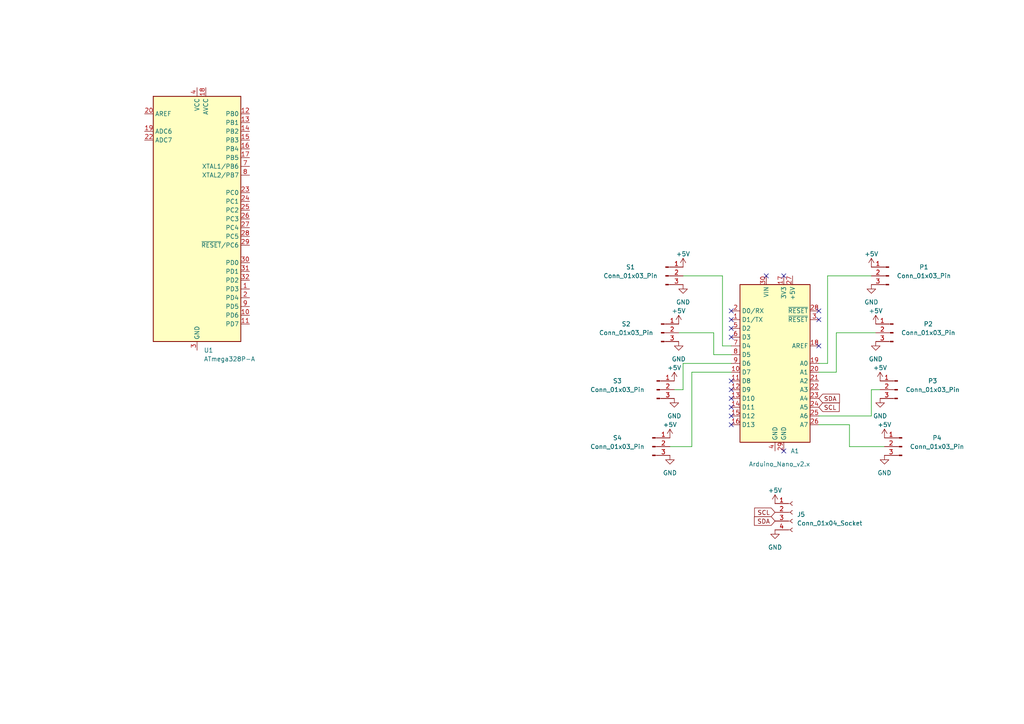
<source format=kicad_sch>
(kicad_sch (version 20230121) (generator eeschema)

  (uuid e7781990-9217-47e0-bccf-d5b77eec6675)

  (paper "A4")

  (lib_symbols
    (symbol "Connector:Conn_01x03_Pin" (pin_names (offset 1.016) hide) (in_bom yes) (on_board yes)
      (property "Reference" "J" (at 0 5.08 0)
        (effects (font (size 1.27 1.27)))
      )
      (property "Value" "Conn_01x03_Pin" (at 0 -5.08 0)
        (effects (font (size 1.27 1.27)))
      )
      (property "Footprint" "" (at 0 0 0)
        (effects (font (size 1.27 1.27)) hide)
      )
      (property "Datasheet" "~" (at 0 0 0)
        (effects (font (size 1.27 1.27)) hide)
      )
      (property "ki_locked" "" (at 0 0 0)
        (effects (font (size 1.27 1.27)))
      )
      (property "ki_keywords" "connector" (at 0 0 0)
        (effects (font (size 1.27 1.27)) hide)
      )
      (property "ki_description" "Generic connector, single row, 01x03, script generated" (at 0 0 0)
        (effects (font (size 1.27 1.27)) hide)
      )
      (property "ki_fp_filters" "Connector*:*_1x??_*" (at 0 0 0)
        (effects (font (size 1.27 1.27)) hide)
      )
      (symbol "Conn_01x03_Pin_1_1"
        (polyline
          (pts
            (xy 1.27 -2.54)
            (xy 0.8636 -2.54)
          )
          (stroke (width 0.1524) (type default))
          (fill (type none))
        )
        (polyline
          (pts
            (xy 1.27 0)
            (xy 0.8636 0)
          )
          (stroke (width 0.1524) (type default))
          (fill (type none))
        )
        (polyline
          (pts
            (xy 1.27 2.54)
            (xy 0.8636 2.54)
          )
          (stroke (width 0.1524) (type default))
          (fill (type none))
        )
        (rectangle (start 0.8636 -2.413) (end 0 -2.667)
          (stroke (width 0.1524) (type default))
          (fill (type outline))
        )
        (rectangle (start 0.8636 0.127) (end 0 -0.127)
          (stroke (width 0.1524) (type default))
          (fill (type outline))
        )
        (rectangle (start 0.8636 2.667) (end 0 2.413)
          (stroke (width 0.1524) (type default))
          (fill (type outline))
        )
        (pin passive line (at 5.08 2.54 180) (length 3.81)
          (name "Pin_1" (effects (font (size 1.27 1.27))))
          (number "1" (effects (font (size 1.27 1.27))))
        )
        (pin passive line (at 5.08 0 180) (length 3.81)
          (name "Pin_2" (effects (font (size 1.27 1.27))))
          (number "2" (effects (font (size 1.27 1.27))))
        )
        (pin passive line (at 5.08 -2.54 180) (length 3.81)
          (name "Pin_3" (effects (font (size 1.27 1.27))))
          (number "3" (effects (font (size 1.27 1.27))))
        )
      )
    )
    (symbol "Connector:Conn_01x04_Socket" (pin_names (offset 1.016) hide) (in_bom yes) (on_board yes)
      (property "Reference" "J" (at 0 5.08 0)
        (effects (font (size 1.27 1.27)))
      )
      (property "Value" "Conn_01x04_Socket" (at 0 -7.62 0)
        (effects (font (size 1.27 1.27)))
      )
      (property "Footprint" "" (at 0 0 0)
        (effects (font (size 1.27 1.27)) hide)
      )
      (property "Datasheet" "~" (at 0 0 0)
        (effects (font (size 1.27 1.27)) hide)
      )
      (property "ki_locked" "" (at 0 0 0)
        (effects (font (size 1.27 1.27)))
      )
      (property "ki_keywords" "connector" (at 0 0 0)
        (effects (font (size 1.27 1.27)) hide)
      )
      (property "ki_description" "Generic connector, single row, 01x04, script generated" (at 0 0 0)
        (effects (font (size 1.27 1.27)) hide)
      )
      (property "ki_fp_filters" "Connector*:*_1x??_*" (at 0 0 0)
        (effects (font (size 1.27 1.27)) hide)
      )
      (symbol "Conn_01x04_Socket_1_1"
        (arc (start 0 -4.572) (mid -0.5058 -5.08) (end 0 -5.588)
          (stroke (width 0.1524) (type default))
          (fill (type none))
        )
        (arc (start 0 -2.032) (mid -0.5058 -2.54) (end 0 -3.048)
          (stroke (width 0.1524) (type default))
          (fill (type none))
        )
        (polyline
          (pts
            (xy -1.27 -5.08)
            (xy -0.508 -5.08)
          )
          (stroke (width 0.1524) (type default))
          (fill (type none))
        )
        (polyline
          (pts
            (xy -1.27 -2.54)
            (xy -0.508 -2.54)
          )
          (stroke (width 0.1524) (type default))
          (fill (type none))
        )
        (polyline
          (pts
            (xy -1.27 0)
            (xy -0.508 0)
          )
          (stroke (width 0.1524) (type default))
          (fill (type none))
        )
        (polyline
          (pts
            (xy -1.27 2.54)
            (xy -0.508 2.54)
          )
          (stroke (width 0.1524) (type default))
          (fill (type none))
        )
        (arc (start 0 0.508) (mid -0.5058 0) (end 0 -0.508)
          (stroke (width 0.1524) (type default))
          (fill (type none))
        )
        (arc (start 0 3.048) (mid -0.5058 2.54) (end 0 2.032)
          (stroke (width 0.1524) (type default))
          (fill (type none))
        )
        (pin passive line (at -5.08 2.54 0) (length 3.81)
          (name "Pin_1" (effects (font (size 1.27 1.27))))
          (number "1" (effects (font (size 1.27 1.27))))
        )
        (pin passive line (at -5.08 0 0) (length 3.81)
          (name "Pin_2" (effects (font (size 1.27 1.27))))
          (number "2" (effects (font (size 1.27 1.27))))
        )
        (pin passive line (at -5.08 -2.54 0) (length 3.81)
          (name "Pin_3" (effects (font (size 1.27 1.27))))
          (number "3" (effects (font (size 1.27 1.27))))
        )
        (pin passive line (at -5.08 -5.08 0) (length 3.81)
          (name "Pin_4" (effects (font (size 1.27 1.27))))
          (number "4" (effects (font (size 1.27 1.27))))
        )
      )
    )
    (symbol "MCU_Microchip_ATmega:ATmega328P-A" (in_bom yes) (on_board yes)
      (property "Reference" "U" (at -12.7 36.83 0)
        (effects (font (size 1.27 1.27)) (justify left bottom))
      )
      (property "Value" "ATmega328P-A" (at 2.54 -36.83 0)
        (effects (font (size 1.27 1.27)) (justify left top))
      )
      (property "Footprint" "Package_QFP:TQFP-32_7x7mm_P0.8mm" (at 0 0 0)
        (effects (font (size 1.27 1.27) italic) hide)
      )
      (property "Datasheet" "http://ww1.microchip.com/downloads/en/DeviceDoc/ATmega328_P%20AVR%20MCU%20with%20picoPower%20Technology%20Data%20Sheet%2040001984A.pdf" (at 0 0 0)
        (effects (font (size 1.27 1.27)) hide)
      )
      (property "ki_keywords" "AVR 8bit Microcontroller MegaAVR PicoPower" (at 0 0 0)
        (effects (font (size 1.27 1.27)) hide)
      )
      (property "ki_description" "20MHz, 32kB Flash, 2kB SRAM, 1kB EEPROM, TQFP-32" (at 0 0 0)
        (effects (font (size 1.27 1.27)) hide)
      )
      (property "ki_fp_filters" "TQFP*7x7mm*P0.8mm*" (at 0 0 0)
        (effects (font (size 1.27 1.27)) hide)
      )
      (symbol "ATmega328P-A_0_1"
        (rectangle (start -12.7 -35.56) (end 12.7 35.56)
          (stroke (width 0.254) (type default))
          (fill (type background))
        )
      )
      (symbol "ATmega328P-A_1_1"
        (pin bidirectional line (at 15.24 -20.32 180) (length 2.54)
          (name "PD3" (effects (font (size 1.27 1.27))))
          (number "1" (effects (font (size 1.27 1.27))))
        )
        (pin bidirectional line (at 15.24 -27.94 180) (length 2.54)
          (name "PD6" (effects (font (size 1.27 1.27))))
          (number "10" (effects (font (size 1.27 1.27))))
        )
        (pin bidirectional line (at 15.24 -30.48 180) (length 2.54)
          (name "PD7" (effects (font (size 1.27 1.27))))
          (number "11" (effects (font (size 1.27 1.27))))
        )
        (pin bidirectional line (at 15.24 30.48 180) (length 2.54)
          (name "PB0" (effects (font (size 1.27 1.27))))
          (number "12" (effects (font (size 1.27 1.27))))
        )
        (pin bidirectional line (at 15.24 27.94 180) (length 2.54)
          (name "PB1" (effects (font (size 1.27 1.27))))
          (number "13" (effects (font (size 1.27 1.27))))
        )
        (pin bidirectional line (at 15.24 25.4 180) (length 2.54)
          (name "PB2" (effects (font (size 1.27 1.27))))
          (number "14" (effects (font (size 1.27 1.27))))
        )
        (pin bidirectional line (at 15.24 22.86 180) (length 2.54)
          (name "PB3" (effects (font (size 1.27 1.27))))
          (number "15" (effects (font (size 1.27 1.27))))
        )
        (pin bidirectional line (at 15.24 20.32 180) (length 2.54)
          (name "PB4" (effects (font (size 1.27 1.27))))
          (number "16" (effects (font (size 1.27 1.27))))
        )
        (pin bidirectional line (at 15.24 17.78 180) (length 2.54)
          (name "PB5" (effects (font (size 1.27 1.27))))
          (number "17" (effects (font (size 1.27 1.27))))
        )
        (pin power_in line (at 2.54 38.1 270) (length 2.54)
          (name "AVCC" (effects (font (size 1.27 1.27))))
          (number "18" (effects (font (size 1.27 1.27))))
        )
        (pin input line (at -15.24 25.4 0) (length 2.54)
          (name "ADC6" (effects (font (size 1.27 1.27))))
          (number "19" (effects (font (size 1.27 1.27))))
        )
        (pin bidirectional line (at 15.24 -22.86 180) (length 2.54)
          (name "PD4" (effects (font (size 1.27 1.27))))
          (number "2" (effects (font (size 1.27 1.27))))
        )
        (pin passive line (at -15.24 30.48 0) (length 2.54)
          (name "AREF" (effects (font (size 1.27 1.27))))
          (number "20" (effects (font (size 1.27 1.27))))
        )
        (pin passive line (at 0 -38.1 90) (length 2.54) hide
          (name "GND" (effects (font (size 1.27 1.27))))
          (number "21" (effects (font (size 1.27 1.27))))
        )
        (pin input line (at -15.24 22.86 0) (length 2.54)
          (name "ADC7" (effects (font (size 1.27 1.27))))
          (number "22" (effects (font (size 1.27 1.27))))
        )
        (pin bidirectional line (at 15.24 7.62 180) (length 2.54)
          (name "PC0" (effects (font (size 1.27 1.27))))
          (number "23" (effects (font (size 1.27 1.27))))
        )
        (pin bidirectional line (at 15.24 5.08 180) (length 2.54)
          (name "PC1" (effects (font (size 1.27 1.27))))
          (number "24" (effects (font (size 1.27 1.27))))
        )
        (pin bidirectional line (at 15.24 2.54 180) (length 2.54)
          (name "PC2" (effects (font (size 1.27 1.27))))
          (number "25" (effects (font (size 1.27 1.27))))
        )
        (pin bidirectional line (at 15.24 0 180) (length 2.54)
          (name "PC3" (effects (font (size 1.27 1.27))))
          (number "26" (effects (font (size 1.27 1.27))))
        )
        (pin bidirectional line (at 15.24 -2.54 180) (length 2.54)
          (name "PC4" (effects (font (size 1.27 1.27))))
          (number "27" (effects (font (size 1.27 1.27))))
        )
        (pin bidirectional line (at 15.24 -5.08 180) (length 2.54)
          (name "PC5" (effects (font (size 1.27 1.27))))
          (number "28" (effects (font (size 1.27 1.27))))
        )
        (pin bidirectional line (at 15.24 -7.62 180) (length 2.54)
          (name "~{RESET}/PC6" (effects (font (size 1.27 1.27))))
          (number "29" (effects (font (size 1.27 1.27))))
        )
        (pin power_in line (at 0 -38.1 90) (length 2.54)
          (name "GND" (effects (font (size 1.27 1.27))))
          (number "3" (effects (font (size 1.27 1.27))))
        )
        (pin bidirectional line (at 15.24 -12.7 180) (length 2.54)
          (name "PD0" (effects (font (size 1.27 1.27))))
          (number "30" (effects (font (size 1.27 1.27))))
        )
        (pin bidirectional line (at 15.24 -15.24 180) (length 2.54)
          (name "PD1" (effects (font (size 1.27 1.27))))
          (number "31" (effects (font (size 1.27 1.27))))
        )
        (pin bidirectional line (at 15.24 -17.78 180) (length 2.54)
          (name "PD2" (effects (font (size 1.27 1.27))))
          (number "32" (effects (font (size 1.27 1.27))))
        )
        (pin power_in line (at 0 38.1 270) (length 2.54)
          (name "VCC" (effects (font (size 1.27 1.27))))
          (number "4" (effects (font (size 1.27 1.27))))
        )
        (pin passive line (at 0 -38.1 90) (length 2.54) hide
          (name "GND" (effects (font (size 1.27 1.27))))
          (number "5" (effects (font (size 1.27 1.27))))
        )
        (pin passive line (at 0 38.1 270) (length 2.54) hide
          (name "VCC" (effects (font (size 1.27 1.27))))
          (number "6" (effects (font (size 1.27 1.27))))
        )
        (pin bidirectional line (at 15.24 15.24 180) (length 2.54)
          (name "XTAL1/PB6" (effects (font (size 1.27 1.27))))
          (number "7" (effects (font (size 1.27 1.27))))
        )
        (pin bidirectional line (at 15.24 12.7 180) (length 2.54)
          (name "XTAL2/PB7" (effects (font (size 1.27 1.27))))
          (number "8" (effects (font (size 1.27 1.27))))
        )
        (pin bidirectional line (at 15.24 -25.4 180) (length 2.54)
          (name "PD5" (effects (font (size 1.27 1.27))))
          (number "9" (effects (font (size 1.27 1.27))))
        )
      )
    )
    (symbol "MCU_Module:Arduino_Nano_v2.x" (in_bom yes) (on_board yes)
      (property "Reference" "A" (at -10.16 23.495 0)
        (effects (font (size 1.27 1.27)) (justify left bottom))
      )
      (property "Value" "Arduino_Nano_v2.x" (at 5.08 -24.13 0)
        (effects (font (size 1.27 1.27)) (justify left top))
      )
      (property "Footprint" "Module:Arduino_Nano" (at 0 0 0)
        (effects (font (size 1.27 1.27) italic) hide)
      )
      (property "Datasheet" "https://www.arduino.cc/en/uploads/Main/ArduinoNanoManual23.pdf" (at 0 0 0)
        (effects (font (size 1.27 1.27)) hide)
      )
      (property "ki_keywords" "Arduino nano microcontroller module USB" (at 0 0 0)
        (effects (font (size 1.27 1.27)) hide)
      )
      (property "ki_description" "Arduino Nano v2.x" (at 0 0 0)
        (effects (font (size 1.27 1.27)) hide)
      )
      (property "ki_fp_filters" "Arduino*Nano*" (at 0 0 0)
        (effects (font (size 1.27 1.27)) hide)
      )
      (symbol "Arduino_Nano_v2.x_0_1"
        (rectangle (start -10.16 22.86) (end 10.16 -22.86)
          (stroke (width 0.254) (type default))
          (fill (type background))
        )
      )
      (symbol "Arduino_Nano_v2.x_1_1"
        (pin bidirectional line (at -12.7 12.7 0) (length 2.54)
          (name "D1/TX" (effects (font (size 1.27 1.27))))
          (number "1" (effects (font (size 1.27 1.27))))
        )
        (pin bidirectional line (at -12.7 -2.54 0) (length 2.54)
          (name "D7" (effects (font (size 1.27 1.27))))
          (number "10" (effects (font (size 1.27 1.27))))
        )
        (pin bidirectional line (at -12.7 -5.08 0) (length 2.54)
          (name "D8" (effects (font (size 1.27 1.27))))
          (number "11" (effects (font (size 1.27 1.27))))
        )
        (pin bidirectional line (at -12.7 -7.62 0) (length 2.54)
          (name "D9" (effects (font (size 1.27 1.27))))
          (number "12" (effects (font (size 1.27 1.27))))
        )
        (pin bidirectional line (at -12.7 -10.16 0) (length 2.54)
          (name "D10" (effects (font (size 1.27 1.27))))
          (number "13" (effects (font (size 1.27 1.27))))
        )
        (pin bidirectional line (at -12.7 -12.7 0) (length 2.54)
          (name "D11" (effects (font (size 1.27 1.27))))
          (number "14" (effects (font (size 1.27 1.27))))
        )
        (pin bidirectional line (at -12.7 -15.24 0) (length 2.54)
          (name "D12" (effects (font (size 1.27 1.27))))
          (number "15" (effects (font (size 1.27 1.27))))
        )
        (pin bidirectional line (at -12.7 -17.78 0) (length 2.54)
          (name "D13" (effects (font (size 1.27 1.27))))
          (number "16" (effects (font (size 1.27 1.27))))
        )
        (pin power_out line (at 2.54 25.4 270) (length 2.54)
          (name "3V3" (effects (font (size 1.27 1.27))))
          (number "17" (effects (font (size 1.27 1.27))))
        )
        (pin input line (at 12.7 5.08 180) (length 2.54)
          (name "AREF" (effects (font (size 1.27 1.27))))
          (number "18" (effects (font (size 1.27 1.27))))
        )
        (pin bidirectional line (at 12.7 0 180) (length 2.54)
          (name "A0" (effects (font (size 1.27 1.27))))
          (number "19" (effects (font (size 1.27 1.27))))
        )
        (pin bidirectional line (at -12.7 15.24 0) (length 2.54)
          (name "D0/RX" (effects (font (size 1.27 1.27))))
          (number "2" (effects (font (size 1.27 1.27))))
        )
        (pin bidirectional line (at 12.7 -2.54 180) (length 2.54)
          (name "A1" (effects (font (size 1.27 1.27))))
          (number "20" (effects (font (size 1.27 1.27))))
        )
        (pin bidirectional line (at 12.7 -5.08 180) (length 2.54)
          (name "A2" (effects (font (size 1.27 1.27))))
          (number "21" (effects (font (size 1.27 1.27))))
        )
        (pin bidirectional line (at 12.7 -7.62 180) (length 2.54)
          (name "A3" (effects (font (size 1.27 1.27))))
          (number "22" (effects (font (size 1.27 1.27))))
        )
        (pin bidirectional line (at 12.7 -10.16 180) (length 2.54)
          (name "A4" (effects (font (size 1.27 1.27))))
          (number "23" (effects (font (size 1.27 1.27))))
        )
        (pin bidirectional line (at 12.7 -12.7 180) (length 2.54)
          (name "A5" (effects (font (size 1.27 1.27))))
          (number "24" (effects (font (size 1.27 1.27))))
        )
        (pin bidirectional line (at 12.7 -15.24 180) (length 2.54)
          (name "A6" (effects (font (size 1.27 1.27))))
          (number "25" (effects (font (size 1.27 1.27))))
        )
        (pin bidirectional line (at 12.7 -17.78 180) (length 2.54)
          (name "A7" (effects (font (size 1.27 1.27))))
          (number "26" (effects (font (size 1.27 1.27))))
        )
        (pin power_out line (at 5.08 25.4 270) (length 2.54)
          (name "+5V" (effects (font (size 1.27 1.27))))
          (number "27" (effects (font (size 1.27 1.27))))
        )
        (pin input line (at 12.7 15.24 180) (length 2.54)
          (name "~{RESET}" (effects (font (size 1.27 1.27))))
          (number "28" (effects (font (size 1.27 1.27))))
        )
        (pin power_in line (at 2.54 -25.4 90) (length 2.54)
          (name "GND" (effects (font (size 1.27 1.27))))
          (number "29" (effects (font (size 1.27 1.27))))
        )
        (pin input line (at 12.7 12.7 180) (length 2.54)
          (name "~{RESET}" (effects (font (size 1.27 1.27))))
          (number "3" (effects (font (size 1.27 1.27))))
        )
        (pin power_in line (at -2.54 25.4 270) (length 2.54)
          (name "VIN" (effects (font (size 1.27 1.27))))
          (number "30" (effects (font (size 1.27 1.27))))
        )
        (pin power_in line (at 0 -25.4 90) (length 2.54)
          (name "GND" (effects (font (size 1.27 1.27))))
          (number "4" (effects (font (size 1.27 1.27))))
        )
        (pin bidirectional line (at -12.7 10.16 0) (length 2.54)
          (name "D2" (effects (font (size 1.27 1.27))))
          (number "5" (effects (font (size 1.27 1.27))))
        )
        (pin bidirectional line (at -12.7 7.62 0) (length 2.54)
          (name "D3" (effects (font (size 1.27 1.27))))
          (number "6" (effects (font (size 1.27 1.27))))
        )
        (pin bidirectional line (at -12.7 5.08 0) (length 2.54)
          (name "D4" (effects (font (size 1.27 1.27))))
          (number "7" (effects (font (size 1.27 1.27))))
        )
        (pin bidirectional line (at -12.7 2.54 0) (length 2.54)
          (name "D5" (effects (font (size 1.27 1.27))))
          (number "8" (effects (font (size 1.27 1.27))))
        )
        (pin bidirectional line (at -12.7 0 0) (length 2.54)
          (name "D6" (effects (font (size 1.27 1.27))))
          (number "9" (effects (font (size 1.27 1.27))))
        )
      )
    )
    (symbol "power:+5V" (power) (pin_names (offset 0)) (in_bom yes) (on_board yes)
      (property "Reference" "#PWR" (at 0 -3.81 0)
        (effects (font (size 1.27 1.27)) hide)
      )
      (property "Value" "+5V" (at 0 3.556 0)
        (effects (font (size 1.27 1.27)))
      )
      (property "Footprint" "" (at 0 0 0)
        (effects (font (size 1.27 1.27)) hide)
      )
      (property "Datasheet" "" (at 0 0 0)
        (effects (font (size 1.27 1.27)) hide)
      )
      (property "ki_keywords" "global power" (at 0 0 0)
        (effects (font (size 1.27 1.27)) hide)
      )
      (property "ki_description" "Power symbol creates a global label with name \"+5V\"" (at 0 0 0)
        (effects (font (size 1.27 1.27)) hide)
      )
      (symbol "+5V_0_1"
        (polyline
          (pts
            (xy -0.762 1.27)
            (xy 0 2.54)
          )
          (stroke (width 0) (type default))
          (fill (type none))
        )
        (polyline
          (pts
            (xy 0 0)
            (xy 0 2.54)
          )
          (stroke (width 0) (type default))
          (fill (type none))
        )
        (polyline
          (pts
            (xy 0 2.54)
            (xy 0.762 1.27)
          )
          (stroke (width 0) (type default))
          (fill (type none))
        )
      )
      (symbol "+5V_1_1"
        (pin power_in line (at 0 0 90) (length 0) hide
          (name "+5V" (effects (font (size 1.27 1.27))))
          (number "1" (effects (font (size 1.27 1.27))))
        )
      )
    )
    (symbol "power:GND" (power) (pin_names (offset 0)) (in_bom yes) (on_board yes)
      (property "Reference" "#PWR" (at 0 -6.35 0)
        (effects (font (size 1.27 1.27)) hide)
      )
      (property "Value" "GND" (at 0 -3.81 0)
        (effects (font (size 1.27 1.27)))
      )
      (property "Footprint" "" (at 0 0 0)
        (effects (font (size 1.27 1.27)) hide)
      )
      (property "Datasheet" "" (at 0 0 0)
        (effects (font (size 1.27 1.27)) hide)
      )
      (property "ki_keywords" "global power" (at 0 0 0)
        (effects (font (size 1.27 1.27)) hide)
      )
      (property "ki_description" "Power symbol creates a global label with name \"GND\" , ground" (at 0 0 0)
        (effects (font (size 1.27 1.27)) hide)
      )
      (symbol "GND_0_1"
        (polyline
          (pts
            (xy 0 0)
            (xy 0 -1.27)
            (xy 1.27 -1.27)
            (xy 0 -2.54)
            (xy -1.27 -1.27)
            (xy 0 -1.27)
          )
          (stroke (width 0) (type default))
          (fill (type none))
        )
      )
      (symbol "GND_1_1"
        (pin power_in line (at 0 0 270) (length 0) hide
          (name "GND" (effects (font (size 1.27 1.27))))
          (number "1" (effects (font (size 1.27 1.27))))
        )
      )
    )
  )


  (no_connect (at 237.49 92.71) (uuid 1e728620-9769-48b5-9c80-b8684836b2d6))
  (no_connect (at 212.09 115.57) (uuid 31be5f63-e10c-46be-866c-ce59e547ab86))
  (no_connect (at 237.49 100.33) (uuid 42ce6faf-b90e-4df3-bbae-e533a4579198))
  (no_connect (at 212.09 92.71) (uuid 4c8194fc-8673-4dc8-a1ea-80730290ab0d))
  (no_connect (at 227.33 80.01) (uuid 4d83a38f-193f-491c-ad4a-19399a933e19))
  (no_connect (at 212.09 95.25) (uuid 4fdf6b69-2662-4bda-829a-ed4bfdc9eaec))
  (no_connect (at 227.33 130.81) (uuid 53e110b4-8062-45d1-acaf-0cde63280d72))
  (no_connect (at 212.09 118.11) (uuid 622ae723-eeef-4778-8cb0-09d7df37e725))
  (no_connect (at 222.25 80.01) (uuid 63529304-3145-4e1f-956b-49f6bb85d4ba))
  (no_connect (at 212.09 97.79) (uuid 636f6dcf-2605-4084-993c-4ccb3e975a7c))
  (no_connect (at 212.09 123.19) (uuid 6aa22f8f-7782-45fe-9951-203c31a58f00))
  (no_connect (at 212.09 113.03) (uuid 7c249947-9619-4768-99ef-c6a232f3d41d))
  (no_connect (at 237.49 90.17) (uuid 7edf7f7a-01d0-4f0a-8640-04b83919626f))
  (no_connect (at 212.09 90.17) (uuid c86d4fb2-7fa7-416e-bc7b-378a5ea2ccc8))
  (no_connect (at 212.09 110.49) (uuid d7a78ebf-693f-45c9-b3d9-6c6efc094648))
  (no_connect (at 212.09 120.65) (uuid e9066a35-d319-4f20-8ee9-71e594ae1fc2))

  (wire (pts (xy 212.09 102.87) (xy 207.01 102.87))
    (stroke (width 0) (type default))
    (uuid 0db047e0-f2da-4740-9771-e7604fa849bf)
  )
  (wire (pts (xy 246.38 123.19) (xy 246.38 129.54))
    (stroke (width 0) (type default))
    (uuid 1e217ec8-bd4d-4e9c-a241-808ba93ca7bf)
  )
  (wire (pts (xy 246.38 129.54) (xy 256.54 129.54))
    (stroke (width 0) (type default))
    (uuid 20714a88-c912-4f35-a22d-089efb065116)
  )
  (wire (pts (xy 212.09 105.41) (xy 198.12 105.41))
    (stroke (width 0) (type default))
    (uuid 20c1a055-6397-46a1-8d5b-873f1026fc2f)
  )
  (wire (pts (xy 198.12 113.03) (xy 195.58 113.03))
    (stroke (width 0) (type default))
    (uuid 2cc431c7-fa4b-423d-a672-e8e5f0475a6f)
  )
  (wire (pts (xy 198.12 105.41) (xy 198.12 113.03))
    (stroke (width 0) (type default))
    (uuid 4bfcfd8c-ef37-43d6-aebc-c04107d448c9)
  )
  (wire (pts (xy 207.01 102.87) (xy 207.01 96.52))
    (stroke (width 0) (type default))
    (uuid 4c8898c1-9429-4249-ba2b-257ba3af80d1)
  )
  (wire (pts (xy 237.49 105.41) (xy 240.03 105.41))
    (stroke (width 0) (type default))
    (uuid 64523e93-0a1a-45ea-9957-5bce1e024d63)
  )
  (wire (pts (xy 242.57 107.95) (xy 242.57 96.52))
    (stroke (width 0) (type default))
    (uuid 6bf149ee-0035-48f3-8422-c7d234bef20d)
  )
  (wire (pts (xy 252.73 120.65) (xy 252.73 113.03))
    (stroke (width 0) (type default))
    (uuid 7b27dd76-66fd-4056-a398-f992f1e248fc)
  )
  (wire (pts (xy 252.73 113.03) (xy 255.27 113.03))
    (stroke (width 0) (type default))
    (uuid 97f54337-8366-4819-99a3-3b278835aeb6)
  )
  (wire (pts (xy 242.57 96.52) (xy 254 96.52))
    (stroke (width 0) (type default))
    (uuid 990634ff-8457-4964-9241-fc2726e1ced9)
  )
  (wire (pts (xy 212.09 100.33) (xy 209.55 100.33))
    (stroke (width 0) (type default))
    (uuid 9a91fffc-b434-420e-a31e-a2eb5b30168f)
  )
  (wire (pts (xy 240.03 80.01) (xy 252.73 80.01))
    (stroke (width 0) (type default))
    (uuid 9e0d3e89-1ab8-49d9-a9e2-7f77fbc7b412)
  )
  (wire (pts (xy 237.49 120.65) (xy 252.73 120.65))
    (stroke (width 0) (type default))
    (uuid b59f3bdd-bd5a-4d85-af3c-d91d9e8db2b8)
  )
  (wire (pts (xy 237.49 107.95) (xy 242.57 107.95))
    (stroke (width 0) (type default))
    (uuid b8542641-2828-4b9b-8dd9-5da09a60b021)
  )
  (wire (pts (xy 209.55 80.01) (xy 198.12 80.01))
    (stroke (width 0) (type default))
    (uuid bc83e2b4-bc44-459f-b797-93d410b9b484)
  )
  (wire (pts (xy 209.55 100.33) (xy 209.55 80.01))
    (stroke (width 0) (type default))
    (uuid bf9b73da-f81c-4a1c-b1ff-4993cbee7ca3)
  )
  (wire (pts (xy 207.01 96.52) (xy 196.85 96.52))
    (stroke (width 0) (type default))
    (uuid ca60eeb6-aa1e-47a7-9c6e-3d29ea5ad39d)
  )
  (wire (pts (xy 212.09 107.95) (xy 200.66 107.95))
    (stroke (width 0) (type default))
    (uuid d14c2b7f-6271-4a33-8935-764fa74720bc)
  )
  (wire (pts (xy 200.66 107.95) (xy 200.66 129.54))
    (stroke (width 0) (type default))
    (uuid d92a3777-97bd-4433-ae8f-46fa7051cd9a)
  )
  (wire (pts (xy 237.49 123.19) (xy 246.38 123.19))
    (stroke (width 0) (type default))
    (uuid db73d54a-e021-4a14-919c-ae10318fc079)
  )
  (wire (pts (xy 200.66 129.54) (xy 194.31 129.54))
    (stroke (width 0) (type default))
    (uuid ea4de7af-9ef9-4869-bc74-571136612289)
  )
  (wire (pts (xy 240.03 105.41) (xy 240.03 80.01))
    (stroke (width 0) (type default))
    (uuid fb5aae93-a3ce-47c7-a1ec-6a694514e964)
  )

  (global_label "SCL" (shape input) (at 237.49 118.11 0) (fields_autoplaced)
    (effects (font (size 1.27 1.27)) (justify left))
    (uuid 118ca609-ecda-4d3d-87d3-bc9651de81dd)
    (property "Intersheetrefs" "${INTERSHEET_REFS}" (at 243.9034 118.11 0)
      (effects (font (size 1.27 1.27)) (justify left) hide)
    )
  )
  (global_label "SDA" (shape input) (at 224.79 151.13 180) (fields_autoplaced)
    (effects (font (size 1.27 1.27)) (justify right))
    (uuid 1c18aed1-7d76-423c-bd34-fc965cc118a4)
    (property "Intersheetrefs" "${INTERSHEET_REFS}" (at 218.3161 151.13 0)
      (effects (font (size 1.27 1.27)) (justify right) hide)
    )
  )
  (global_label "SDA" (shape input) (at 237.49 115.57 0) (fields_autoplaced)
    (effects (font (size 1.27 1.27)) (justify left))
    (uuid 571da403-1b30-4188-bdb9-e2209172cd24)
    (property "Intersheetrefs" "${INTERSHEET_REFS}" (at 243.9639 115.57 0)
      (effects (font (size 1.27 1.27)) (justify left) hide)
    )
  )
  (global_label "SCL" (shape input) (at 224.79 148.59 180) (fields_autoplaced)
    (effects (font (size 1.27 1.27)) (justify right))
    (uuid 5c17e331-fdc1-464c-bac0-71884aa92ee2)
    (property "Intersheetrefs" "${INTERSHEET_REFS}" (at 218.3766 148.59 0)
      (effects (font (size 1.27 1.27)) (justify right) hide)
    )
  )

  (symbol (lib_id "power:+5V") (at 255.27 110.49 0) (unit 1)
    (in_bom yes) (on_board yes) (dnp no)
    (uuid 026d8fe1-709d-4ef6-82c8-9aa851897383)
    (property "Reference" "#PWR015" (at 255.27 114.3 0)
      (effects (font (size 1.27 1.27)) hide)
    )
    (property "Value" "+5V" (at 255.27 106.68 0)
      (effects (font (size 1.27 1.27)))
    )
    (property "Footprint" "" (at 255.27 110.49 0)
      (effects (font (size 1.27 1.27)) hide)
    )
    (property "Datasheet" "" (at 255.27 110.49 0)
      (effects (font (size 1.27 1.27)) hide)
    )
    (pin "1" (uuid 7c6255e8-bfe3-442b-b0cc-6f035090a825))
    (instances
      (project "AbdullahsAwesomeStick"
        (path "/e7781990-9217-47e0-bccf-d5b77eec6675"
          (reference "#PWR015") (unit 1)
        )
      )
    )
  )

  (symbol (lib_id "Connector:Conn_01x03_Pin") (at 260.35 113.03 0) (mirror y) (unit 1)
    (in_bom yes) (on_board yes) (dnp no)
    (uuid 0b18b610-e159-4669-bce6-06631c65943d)
    (property "Reference" "P3" (at 270.51 110.49 0)
      (effects (font (size 1.27 1.27)))
    )
    (property "Value" "Conn_01x03_Pin" (at 270.51 113.03 0)
      (effects (font (size 1.27 1.27)))
    )
    (property "Footprint" "Connector_PinHeader_2.00mm:PinHeader_1x03_P2.00mm_Horizontal" (at 260.35 113.03 0)
      (effects (font (size 1.27 1.27)) hide)
    )
    (property "Datasheet" "~" (at 260.35 113.03 0)
      (effects (font (size 1.27 1.27)) hide)
    )
    (pin "1" (uuid a2c4ace2-acc2-4812-b81f-0d46cf369ab4))
    (pin "2" (uuid 61cc1352-3e24-480e-b766-08b907357c4d))
    (pin "3" (uuid 84133ec1-3ab1-4373-a395-fa8667c0e6a5))
    (instances
      (project "AbdullahsAwesomeStick"
        (path "/e7781990-9217-47e0-bccf-d5b77eec6675"
          (reference "P3") (unit 1)
        )
      )
    )
  )

  (symbol (lib_id "Connector:Conn_01x03_Pin") (at 191.77 96.52 0) (unit 1)
    (in_bom yes) (on_board yes) (dnp no)
    (uuid 1f41dbd2-1dfe-44b8-b20c-225e48b942c0)
    (property "Reference" "S2" (at 181.61 93.98 0)
      (effects (font (size 1.27 1.27)))
    )
    (property "Value" "Conn_01x03_Pin" (at 181.61 96.52 0)
      (effects (font (size 1.27 1.27)))
    )
    (property "Footprint" "Connector_PinHeader_2.00mm:PinHeader_1x03_P2.00mm_Horizontal" (at 191.77 96.52 0)
      (effects (font (size 1.27 1.27)) hide)
    )
    (property "Datasheet" "~" (at 191.77 96.52 0)
      (effects (font (size 1.27 1.27)) hide)
    )
    (pin "1" (uuid 4a59219e-a247-4588-909c-aa403a9873ea))
    (pin "2" (uuid 0d548ce9-ecf7-4cfa-ade5-b84295fe4f69))
    (pin "3" (uuid 7b3f3f9d-8203-4cf1-9931-b83a02b2f34c))
    (instances
      (project "AbdullahsAwesomeStick"
        (path "/e7781990-9217-47e0-bccf-d5b77eec6675"
          (reference "S2") (unit 1)
        )
      )
    )
  )

  (symbol (lib_id "power:+5V") (at 224.79 146.05 0) (unit 1)
    (in_bom yes) (on_board yes) (dnp no) (fields_autoplaced)
    (uuid 2027275b-5f14-4296-b72b-5dc4d27030f9)
    (property "Reference" "#PWR09" (at 224.79 149.86 0)
      (effects (font (size 1.27 1.27)) hide)
    )
    (property "Value" "+5V" (at 224.79 142.24 0)
      (effects (font (size 1.27 1.27)))
    )
    (property "Footprint" "" (at 224.79 146.05 0)
      (effects (font (size 1.27 1.27)) hide)
    )
    (property "Datasheet" "" (at 224.79 146.05 0)
      (effects (font (size 1.27 1.27)) hide)
    )
    (pin "1" (uuid f740bc89-7e9d-4df8-b4c8-8328b65d444c))
    (instances
      (project "AbdullahsAwesomeStick"
        (path "/e7781990-9217-47e0-bccf-d5b77eec6675"
          (reference "#PWR09") (unit 1)
        )
      )
    )
  )

  (symbol (lib_id "power:GND") (at 252.73 82.55 0) (unit 1)
    (in_bom yes) (on_board yes) (dnp no) (fields_autoplaced)
    (uuid 2924f559-2f11-4430-9575-6a402333655b)
    (property "Reference" "#PWR012" (at 252.73 88.9 0)
      (effects (font (size 1.27 1.27)) hide)
    )
    (property "Value" "GND" (at 252.73 87.63 0)
      (effects (font (size 1.27 1.27)))
    )
    (property "Footprint" "" (at 252.73 82.55 0)
      (effects (font (size 1.27 1.27)) hide)
    )
    (property "Datasheet" "" (at 252.73 82.55 0)
      (effects (font (size 1.27 1.27)) hide)
    )
    (pin "1" (uuid 604f4500-e94b-473c-8490-51ae965536b9))
    (instances
      (project "AbdullahsAwesomeStick"
        (path "/e7781990-9217-47e0-bccf-d5b77eec6675"
          (reference "#PWR012") (unit 1)
        )
      )
    )
  )

  (symbol (lib_id "power:GND") (at 256.54 132.08 0) (unit 1)
    (in_bom yes) (on_board yes) (dnp no) (fields_autoplaced)
    (uuid 2edf1565-e64a-4852-8c18-9936da166d90)
    (property "Reference" "#PWR018" (at 256.54 138.43 0)
      (effects (font (size 1.27 1.27)) hide)
    )
    (property "Value" "GND" (at 256.54 137.16 0)
      (effects (font (size 1.27 1.27)))
    )
    (property "Footprint" "" (at 256.54 132.08 0)
      (effects (font (size 1.27 1.27)) hide)
    )
    (property "Datasheet" "" (at 256.54 132.08 0)
      (effects (font (size 1.27 1.27)) hide)
    )
    (pin "1" (uuid 8fc23e21-5efb-46bf-8f82-82daf43ddc05))
    (instances
      (project "AbdullahsAwesomeStick"
        (path "/e7781990-9217-47e0-bccf-d5b77eec6675"
          (reference "#PWR018") (unit 1)
        )
      )
    )
  )

  (symbol (lib_id "power:+5V") (at 256.54 127 0) (unit 1)
    (in_bom yes) (on_board yes) (dnp no)
    (uuid 38540263-45ef-44d1-a49b-4d17fb409fe6)
    (property "Reference" "#PWR017" (at 256.54 130.81 0)
      (effects (font (size 1.27 1.27)) hide)
    )
    (property "Value" "+5V" (at 256.54 123.19 0)
      (effects (font (size 1.27 1.27)))
    )
    (property "Footprint" "" (at 256.54 127 0)
      (effects (font (size 1.27 1.27)) hide)
    )
    (property "Datasheet" "" (at 256.54 127 0)
      (effects (font (size 1.27 1.27)) hide)
    )
    (pin "1" (uuid 8062de35-a95a-4e62-bdb2-ce18c15d16c1))
    (instances
      (project "AbdullahsAwesomeStick"
        (path "/e7781990-9217-47e0-bccf-d5b77eec6675"
          (reference "#PWR017") (unit 1)
        )
      )
    )
  )

  (symbol (lib_id "power:GND") (at 254 99.06 0) (unit 1)
    (in_bom yes) (on_board yes) (dnp no) (fields_autoplaced)
    (uuid 4281928f-7edf-4551-8bd2-9521844e9be0)
    (property "Reference" "#PWR014" (at 254 105.41 0)
      (effects (font (size 1.27 1.27)) hide)
    )
    (property "Value" "GND" (at 254 104.14 0)
      (effects (font (size 1.27 1.27)))
    )
    (property "Footprint" "" (at 254 99.06 0)
      (effects (font (size 1.27 1.27)) hide)
    )
    (property "Datasheet" "" (at 254 99.06 0)
      (effects (font (size 1.27 1.27)) hide)
    )
    (pin "1" (uuid 9390b695-326b-44ae-a86e-759875bd1ced))
    (instances
      (project "AbdullahsAwesomeStick"
        (path "/e7781990-9217-47e0-bccf-d5b77eec6675"
          (reference "#PWR014") (unit 1)
        )
      )
    )
  )

  (symbol (lib_id "Connector:Conn_01x03_Pin") (at 189.23 129.54 0) (unit 1)
    (in_bom yes) (on_board yes) (dnp no)
    (uuid 48ef0b0d-e77a-468d-a6ca-38ff6d065ec6)
    (property "Reference" "S4" (at 179.07 127 0)
      (effects (font (size 1.27 1.27)))
    )
    (property "Value" "Conn_01x03_Pin" (at 179.07 129.54 0)
      (effects (font (size 1.27 1.27)))
    )
    (property "Footprint" "Connector_PinHeader_2.00mm:PinHeader_1x03_P2.00mm_Horizontal" (at 189.23 129.54 0)
      (effects (font (size 1.27 1.27)) hide)
    )
    (property "Datasheet" "~" (at 189.23 129.54 0)
      (effects (font (size 1.27 1.27)) hide)
    )
    (pin "1" (uuid 65de7f77-1706-4ea4-9bd2-4db380a5acd9))
    (pin "2" (uuid f8967aba-bf90-4b6b-a6ba-03c0b8147299))
    (pin "3" (uuid 965002ea-d5b7-43a7-a2ab-347dfc32371a))
    (instances
      (project "AbdullahsAwesomeStick"
        (path "/e7781990-9217-47e0-bccf-d5b77eec6675"
          (reference "S4") (unit 1)
        )
      )
    )
  )

  (symbol (lib_id "power:+5V") (at 252.73 77.47 0) (unit 1)
    (in_bom yes) (on_board yes) (dnp no)
    (uuid 57241071-5839-4b21-9f58-1a6ce5f887d8)
    (property "Reference" "#PWR011" (at 252.73 81.28 0)
      (effects (font (size 1.27 1.27)) hide)
    )
    (property "Value" "+5V" (at 252.73 73.66 0)
      (effects (font (size 1.27 1.27)))
    )
    (property "Footprint" "" (at 252.73 77.47 0)
      (effects (font (size 1.27 1.27)) hide)
    )
    (property "Datasheet" "" (at 252.73 77.47 0)
      (effects (font (size 1.27 1.27)) hide)
    )
    (pin "1" (uuid 106cdd73-f568-45c6-89a1-e637016418be))
    (instances
      (project "AbdullahsAwesomeStick"
        (path "/e7781990-9217-47e0-bccf-d5b77eec6675"
          (reference "#PWR011") (unit 1)
        )
      )
    )
  )

  (symbol (lib_id "power:+5V") (at 194.31 127 0) (mirror y) (unit 1)
    (in_bom yes) (on_board yes) (dnp no)
    (uuid 5801f75b-ae1e-43ab-9e42-d2d1e7b7619b)
    (property "Reference" "#PWR07" (at 194.31 130.81 0)
      (effects (font (size 1.27 1.27)) hide)
    )
    (property "Value" "+5V" (at 194.31 123.19 0)
      (effects (font (size 1.27 1.27)))
    )
    (property "Footprint" "" (at 194.31 127 0)
      (effects (font (size 1.27 1.27)) hide)
    )
    (property "Datasheet" "" (at 194.31 127 0)
      (effects (font (size 1.27 1.27)) hide)
    )
    (pin "1" (uuid 90a0f513-4d37-409f-a08c-4764fc95f35c))
    (instances
      (project "AbdullahsAwesomeStick"
        (path "/e7781990-9217-47e0-bccf-d5b77eec6675"
          (reference "#PWR07") (unit 1)
        )
      )
    )
  )

  (symbol (lib_id "power:+5V") (at 196.85 93.98 0) (mirror y) (unit 1)
    (in_bom yes) (on_board yes) (dnp no) (fields_autoplaced)
    (uuid 6522d116-2f1c-437e-9f5e-bf3b9a400911)
    (property "Reference" "#PWR08" (at 196.85 97.79 0)
      (effects (font (size 1.27 1.27)) hide)
    )
    (property "Value" "+5V" (at 196.85 90.17 0)
      (effects (font (size 1.27 1.27)))
    )
    (property "Footprint" "" (at 196.85 93.98 0)
      (effects (font (size 1.27 1.27)) hide)
    )
    (property "Datasheet" "" (at 196.85 93.98 0)
      (effects (font (size 1.27 1.27)) hide)
    )
    (pin "1" (uuid 95a6e56e-cb0d-4dd4-9101-cd719125c74d))
    (instances
      (project "AbdullahsAwesomeStick"
        (path "/e7781990-9217-47e0-bccf-d5b77eec6675"
          (reference "#PWR08") (unit 1)
        )
      )
    )
  )

  (symbol (lib_id "Connector:Conn_01x03_Pin") (at 190.5 113.03 0) (unit 1)
    (in_bom yes) (on_board yes) (dnp no)
    (uuid 69353fd2-1845-458c-9ce8-7880d05c018a)
    (property "Reference" "S3" (at 179.07 110.49 0)
      (effects (font (size 1.27 1.27)))
    )
    (property "Value" "Conn_01x03_Pin" (at 179.07 113.03 0)
      (effects (font (size 1.27 1.27)))
    )
    (property "Footprint" "Connector_PinHeader_2.00mm:PinHeader_1x03_P2.00mm_Horizontal" (at 190.5 113.03 0)
      (effects (font (size 1.27 1.27)) hide)
    )
    (property "Datasheet" "~" (at 190.5 113.03 0)
      (effects (font (size 1.27 1.27)) hide)
    )
    (pin "1" (uuid 0df6f099-14e5-4da7-a327-b5f03ee2063a))
    (pin "2" (uuid 7ac4fe7d-4803-4088-99bc-2471812223be))
    (pin "3" (uuid 0e1377c1-1094-458d-8e84-0d9f4a60c1b6))
    (instances
      (project "AbdullahsAwesomeStick"
        (path "/e7781990-9217-47e0-bccf-d5b77eec6675"
          (reference "S3") (unit 1)
        )
      )
    )
  )

  (symbol (lib_id "power:GND") (at 196.85 99.06 0) (mirror y) (unit 1)
    (in_bom yes) (on_board yes) (dnp no) (fields_autoplaced)
    (uuid 70e6bba5-8dd4-4e3b-8556-e0f9c292ccde)
    (property "Reference" "#PWR04" (at 196.85 105.41 0)
      (effects (font (size 1.27 1.27)) hide)
    )
    (property "Value" "GND" (at 196.85 104.14 0)
      (effects (font (size 1.27 1.27)))
    )
    (property "Footprint" "" (at 196.85 99.06 0)
      (effects (font (size 1.27 1.27)) hide)
    )
    (property "Datasheet" "" (at 196.85 99.06 0)
      (effects (font (size 1.27 1.27)) hide)
    )
    (pin "1" (uuid 696ec8ed-cb51-4529-9ba7-4f0f8848a336))
    (instances
      (project "AbdullahsAwesomeStick"
        (path "/e7781990-9217-47e0-bccf-d5b77eec6675"
          (reference "#PWR04") (unit 1)
        )
      )
    )
  )

  (symbol (lib_id "power:GND") (at 255.27 115.57 0) (unit 1)
    (in_bom yes) (on_board yes) (dnp no) (fields_autoplaced)
    (uuid 86e6b5e3-078a-4113-9f74-33c977087c47)
    (property "Reference" "#PWR016" (at 255.27 121.92 0)
      (effects (font (size 1.27 1.27)) hide)
    )
    (property "Value" "GND" (at 255.27 120.65 0)
      (effects (font (size 1.27 1.27)))
    )
    (property "Footprint" "" (at 255.27 115.57 0)
      (effects (font (size 1.27 1.27)) hide)
    )
    (property "Datasheet" "" (at 255.27 115.57 0)
      (effects (font (size 1.27 1.27)) hide)
    )
    (pin "1" (uuid 5edf65cb-756e-4041-8829-eac69d3cb6c4))
    (instances
      (project "AbdullahsAwesomeStick"
        (path "/e7781990-9217-47e0-bccf-d5b77eec6675"
          (reference "#PWR016") (unit 1)
        )
      )
    )
  )

  (symbol (lib_id "power:GND") (at 194.31 132.08 0) (mirror y) (unit 1)
    (in_bom yes) (on_board yes) (dnp no) (fields_autoplaced)
    (uuid 9885a0ee-29fe-430d-9044-f4e39bc844b3)
    (property "Reference" "#PWR06" (at 194.31 138.43 0)
      (effects (font (size 1.27 1.27)) hide)
    )
    (property "Value" "GND" (at 194.31 137.16 0)
      (effects (font (size 1.27 1.27)))
    )
    (property "Footprint" "" (at 194.31 132.08 0)
      (effects (font (size 1.27 1.27)) hide)
    )
    (property "Datasheet" "" (at 194.31 132.08 0)
      (effects (font (size 1.27 1.27)) hide)
    )
    (pin "1" (uuid 863176bb-6d2f-4c40-aadb-39dce11c283e))
    (instances
      (project "AbdullahsAwesomeStick"
        (path "/e7781990-9217-47e0-bccf-d5b77eec6675"
          (reference "#PWR06") (unit 1)
        )
      )
    )
  )

  (symbol (lib_id "Connector:Conn_01x03_Pin") (at 259.08 96.52 0) (mirror y) (unit 1)
    (in_bom yes) (on_board yes) (dnp no)
    (uuid 99a39348-39b5-4482-af91-e8205e5964bd)
    (property "Reference" "P2" (at 269.24 93.98 0)
      (effects (font (size 1.27 1.27)))
    )
    (property "Value" "Conn_01x03_Pin" (at 269.24 96.52 0)
      (effects (font (size 1.27 1.27)))
    )
    (property "Footprint" "Connector_PinHeader_2.00mm:PinHeader_1x03_P2.00mm_Horizontal" (at 259.08 96.52 0)
      (effects (font (size 1.27 1.27)) hide)
    )
    (property "Datasheet" "~" (at 259.08 96.52 0)
      (effects (font (size 1.27 1.27)) hide)
    )
    (pin "1" (uuid 312e7cf9-9235-4676-9bcb-556278c52b8d))
    (pin "2" (uuid 26327ee1-946a-4f86-9f62-2011b153c2e4))
    (pin "3" (uuid 0dd1229f-4477-48f1-8792-81c79480520c))
    (instances
      (project "AbdullahsAwesomeStick"
        (path "/e7781990-9217-47e0-bccf-d5b77eec6675"
          (reference "P2") (unit 1)
        )
      )
    )
  )

  (symbol (lib_id "Connector:Conn_01x03_Pin") (at 257.81 80.01 0) (mirror y) (unit 1)
    (in_bom yes) (on_board yes) (dnp no)
    (uuid b0ed6e0f-6a76-490b-ac8f-945e6d7549d1)
    (property "Reference" "P1" (at 267.97 77.47 0)
      (effects (font (size 1.27 1.27)))
    )
    (property "Value" "Conn_01x03_Pin" (at 267.97 80.01 0)
      (effects (font (size 1.27 1.27)))
    )
    (property "Footprint" "Connector_PinHeader_2.00mm:PinHeader_1x03_P2.00mm_Horizontal" (at 257.81 80.01 0)
      (effects (font (size 1.27 1.27)) hide)
    )
    (property "Datasheet" "~" (at 257.81 80.01 0)
      (effects (font (size 1.27 1.27)) hide)
    )
    (pin "1" (uuid f3f93203-f277-4225-96b2-fa4c132ab102))
    (pin "2" (uuid ac123825-9134-4ca7-ad80-e792f654f598))
    (pin "3" (uuid beef8e78-3a84-4c98-9f07-8276cd94e3fc))
    (instances
      (project "AbdullahsAwesomeStick"
        (path "/e7781990-9217-47e0-bccf-d5b77eec6675"
          (reference "P1") (unit 1)
        )
      )
    )
  )

  (symbol (lib_id "power:+5V") (at 198.12 77.47 0) (mirror y) (unit 1)
    (in_bom yes) (on_board yes) (dnp no) (fields_autoplaced)
    (uuid b8b09a6d-dd37-46ad-8eac-58d7422ec529)
    (property "Reference" "#PWR02" (at 198.12 81.28 0)
      (effects (font (size 1.27 1.27)) hide)
    )
    (property "Value" "+5V" (at 198.12 73.66 0)
      (effects (font (size 1.27 1.27)))
    )
    (property "Footprint" "" (at 198.12 77.47 0)
      (effects (font (size 1.27 1.27)) hide)
    )
    (property "Datasheet" "" (at 198.12 77.47 0)
      (effects (font (size 1.27 1.27)) hide)
    )
    (pin "1" (uuid 6fb07f89-2876-4880-84cc-1587fd4daca2))
    (instances
      (project "AbdullahsAwesomeStick"
        (path "/e7781990-9217-47e0-bccf-d5b77eec6675"
          (reference "#PWR02") (unit 1)
        )
      )
    )
  )

  (symbol (lib_id "Connector:Conn_01x03_Pin") (at 261.62 129.54 0) (mirror y) (unit 1)
    (in_bom yes) (on_board yes) (dnp no)
    (uuid bb69ac3d-d5bc-45dc-b83f-265481afb39a)
    (property "Reference" "P4" (at 271.78 127 0)
      (effects (font (size 1.27 1.27)))
    )
    (property "Value" "Conn_01x03_Pin" (at 271.78 129.54 0)
      (effects (font (size 1.27 1.27)))
    )
    (property "Footprint" "Connector_PinHeader_2.00mm:PinHeader_1x03_P2.00mm_Horizontal" (at 261.62 129.54 0)
      (effects (font (size 1.27 1.27)) hide)
    )
    (property "Datasheet" "~" (at 261.62 129.54 0)
      (effects (font (size 1.27 1.27)) hide)
    )
    (pin "1" (uuid 89b6e994-3b6e-4609-a562-c0aa3cd33553))
    (pin "2" (uuid 926c3828-32d9-47f3-ad51-185123cd1ad4))
    (pin "3" (uuid 53553fb1-5c37-43ec-bce5-56a01d6f0ed9))
    (instances
      (project "AbdullahsAwesomeStick"
        (path "/e7781990-9217-47e0-bccf-d5b77eec6675"
          (reference "P4") (unit 1)
        )
      )
    )
  )

  (symbol (lib_id "MCU_Module:Arduino_Nano_v2.x") (at 224.79 105.41 0) (unit 1)
    (in_bom yes) (on_board yes) (dnp no)
    (uuid bf10943b-7649-409f-a461-e5a19c9e99ba)
    (property "Reference" "A1" (at 229.2859 130.81 0)
      (effects (font (size 1.27 1.27)) (justify left))
    )
    (property "Value" "Arduino_Nano_v2.x" (at 217.17 134.62 0)
      (effects (font (size 1.27 1.27)) (justify left))
    )
    (property "Footprint" "Module:Arduino_Nano" (at 224.79 105.41 0)
      (effects (font (size 1.27 1.27) italic) hide)
    )
    (property "Datasheet" "https://www.arduino.cc/en/uploads/Main/ArduinoNanoManual23.pdf" (at 224.79 105.41 0)
      (effects (font (size 1.27 1.27)) hide)
    )
    (pin "1" (uuid 0b7deca3-2e6b-4b6d-88f7-ab06b15f5f14))
    (pin "10" (uuid ea6de82a-8aab-4dfa-baae-3398e87452db))
    (pin "11" (uuid 573f6a42-b34a-4c36-b2ae-d4d5701649e9))
    (pin "12" (uuid 83c02e01-5ca9-4d11-ac84-10bffbec14ca))
    (pin "13" (uuid ca24594f-d349-4edc-87b3-7f9b7e7d8c4b))
    (pin "14" (uuid 4cf45598-1a67-495e-821a-2be86244cdcb))
    (pin "15" (uuid 42cece1b-e208-44f2-b6ba-e936849b9467))
    (pin "16" (uuid 65140248-cef4-4435-b33f-d14aeacc3c67))
    (pin "17" (uuid fd0f9a6d-1e1a-441c-ba90-198455767046))
    (pin "18" (uuid bb3a96df-c5c1-4a09-8810-cb101ed24003))
    (pin "19" (uuid 01324fc8-b5a1-4135-991e-4eaaa99c7eee))
    (pin "2" (uuid dcfc2092-8036-495b-8a9b-8d7225e55d8b))
    (pin "20" (uuid 264c6507-f174-48c0-8da5-0da45e1d9b15))
    (pin "21" (uuid 811b9bab-cc33-49da-abd9-c8aad9c86417))
    (pin "22" (uuid 5e03821f-57a2-41b1-be86-cd7db2577538))
    (pin "23" (uuid 524fbc73-2afc-4f7f-b8d4-ed877bd9da87))
    (pin "24" (uuid e4a78c56-4944-4697-a43c-29ad6dcd47ed))
    (pin "25" (uuid 55210c55-5d06-40b6-98b7-ae3e3687848e))
    (pin "26" (uuid bdbf6ffe-010c-449d-ae77-6b628d536a23))
    (pin "27" (uuid 0c45aa95-59fd-43ec-abaa-a85e0678b1ea))
    (pin "28" (uuid ded7d64a-06b9-4410-b6db-7eb76276457d))
    (pin "29" (uuid feda06b9-cc85-46c8-8926-f9f177316ef2))
    (pin "3" (uuid 0c12d83f-3742-430b-bc71-c5e56d82937c))
    (pin "30" (uuid 657396c9-b513-4fb4-924f-d9359b3f275f))
    (pin "4" (uuid bd896583-65c7-4479-9f96-0ca63e9b8dfc))
    (pin "5" (uuid 564354d7-89fa-4978-8718-c64865599986))
    (pin "6" (uuid 71b268f6-72ac-4788-9c91-9ee9ae917ed6))
    (pin "7" (uuid 03e9504d-7561-4624-af83-cb6b9b15ad76))
    (pin "8" (uuid e8033c4e-e575-4bd6-bcd2-c2d29c92ab65))
    (pin "9" (uuid b86a5b2c-2cad-49e8-8d31-875be7bb4f2b))
    (instances
      (project "AbdullahsAwesomeStick"
        (path "/e7781990-9217-47e0-bccf-d5b77eec6675"
          (reference "A1") (unit 1)
        )
      )
    )
  )

  (symbol (lib_id "power:+5V") (at 254 93.98 0) (unit 1)
    (in_bom yes) (on_board yes) (dnp no)
    (uuid cb9bfc82-5d4d-4918-96a7-1047d8f89b29)
    (property "Reference" "#PWR013" (at 254 97.79 0)
      (effects (font (size 1.27 1.27)) hide)
    )
    (property "Value" "+5V" (at 254 90.17 0)
      (effects (font (size 1.27 1.27)))
    )
    (property "Footprint" "" (at 254 93.98 0)
      (effects (font (size 1.27 1.27)) hide)
    )
    (property "Datasheet" "" (at 254 93.98 0)
      (effects (font (size 1.27 1.27)) hide)
    )
    (pin "1" (uuid 4382f5c4-d23f-421d-a5fe-99aa89a72640))
    (instances
      (project "AbdullahsAwesomeStick"
        (path "/e7781990-9217-47e0-bccf-d5b77eec6675"
          (reference "#PWR013") (unit 1)
        )
      )
    )
  )

  (symbol (lib_id "power:GND") (at 195.58 115.57 0) (mirror y) (unit 1)
    (in_bom yes) (on_board yes) (dnp no) (fields_autoplaced)
    (uuid cdef44de-c170-451f-b28b-74ca868a6bb1)
    (property "Reference" "#PWR05" (at 195.58 121.92 0)
      (effects (font (size 1.27 1.27)) hide)
    )
    (property "Value" "GND" (at 195.58 120.65 0)
      (effects (font (size 1.27 1.27)))
    )
    (property "Footprint" "" (at 195.58 115.57 0)
      (effects (font (size 1.27 1.27)) hide)
    )
    (property "Datasheet" "" (at 195.58 115.57 0)
      (effects (font (size 1.27 1.27)) hide)
    )
    (pin "1" (uuid b6d27711-b042-4acb-8ca0-ef8228110346))
    (instances
      (project "AbdullahsAwesomeStick"
        (path "/e7781990-9217-47e0-bccf-d5b77eec6675"
          (reference "#PWR05") (unit 1)
        )
      )
    )
  )

  (symbol (lib_id "Connector:Conn_01x04_Socket") (at 229.87 148.59 0) (unit 1)
    (in_bom yes) (on_board yes) (dnp no) (fields_autoplaced)
    (uuid cfefd988-b25d-4080-8cbf-8d82f4f2135e)
    (property "Reference" "J5" (at 231.14 149.225 0)
      (effects (font (size 1.27 1.27)) (justify left))
    )
    (property "Value" "Conn_01x04_Socket" (at 231.14 151.765 0)
      (effects (font (size 1.27 1.27)) (justify left))
    )
    (property "Footprint" "Connector_PinHeader_2.00mm:PinHeader_1x04_P2.00mm_Horizontal" (at 229.87 148.59 0)
      (effects (font (size 1.27 1.27)) hide)
    )
    (property "Datasheet" "~" (at 229.87 148.59 0)
      (effects (font (size 1.27 1.27)) hide)
    )
    (pin "1" (uuid 0f5c71a4-236c-49e6-a835-eeff9ad75431))
    (pin "2" (uuid d563cb65-27d2-4585-b4b2-f90f4d9eb73e))
    (pin "3" (uuid 6f47371d-4cf2-4b6a-a30d-f7a9b4935981))
    (pin "4" (uuid 6f660f78-f0ca-41a8-b780-cac125362c97))
    (instances
      (project "AbdullahsAwesomeStick"
        (path "/e7781990-9217-47e0-bccf-d5b77eec6675"
          (reference "J5") (unit 1)
        )
      )
    )
  )

  (symbol (lib_id "MCU_Microchip_ATmega:ATmega328P-A") (at 57.15 63.5 0) (unit 1)
    (in_bom yes) (on_board yes) (dnp no) (fields_autoplaced)
    (uuid e0ae589c-9c47-490c-9d02-3c63af178175)
    (property "Reference" "U1" (at 59.1059 101.6 0)
      (effects (font (size 1.27 1.27)) (justify left))
    )
    (property "Value" "ATmega328P-A" (at 59.1059 104.14 0)
      (effects (font (size 1.27 1.27)) (justify left))
    )
    (property "Footprint" "Package_QFP:TQFP-32_7x7mm_P0.8mm" (at 57.15 63.5 0)
      (effects (font (size 1.27 1.27) italic) hide)
    )
    (property "Datasheet" "http://ww1.microchip.com/downloads/en/DeviceDoc/ATmega328_P%20AVR%20MCU%20with%20picoPower%20Technology%20Data%20Sheet%2040001984A.pdf" (at 57.15 63.5 0)
      (effects (font (size 1.27 1.27)) hide)
    )
    (pin "1" (uuid 9fa101af-a8b0-4679-8ce2-41374152e1d4))
    (pin "10" (uuid 6457c9ee-d823-40cf-8037-a054b4ac77a4))
    (pin "11" (uuid f5450023-bb79-4544-a558-1a7c7780acfa))
    (pin "12" (uuid b572bd1b-162a-4ff1-8329-78a1c122e5bf))
    (pin "13" (uuid 2169048c-9468-4d6c-bcd2-18a7e857f107))
    (pin "14" (uuid 3869fd24-c47e-4c94-96c8-8ba0b65b3c4b))
    (pin "15" (uuid c802436a-f447-4aad-a46f-fd52f2b2fe02))
    (pin "16" (uuid f8ef149b-8d45-4151-a394-99427b3ee22e))
    (pin "17" (uuid 3ebe3a58-1107-473f-ad2b-e682f23771cf))
    (pin "18" (uuid d71fd20b-833e-4199-b1e7-6d1386aadab3))
    (pin "19" (uuid 09e67794-7fb9-469b-88c2-dc1861a5ecf9))
    (pin "2" (uuid 1db87172-9529-4d8e-b60d-d9ef2ab28ec1))
    (pin "20" (uuid 79b40512-d709-49a3-842a-8cf747f3410c))
    (pin "21" (uuid e62e24c5-4a40-4a01-ad4c-aab6d9aec520))
    (pin "22" (uuid 7aed927e-8b19-40cd-b34c-0cda8ccb1c7f))
    (pin "23" (uuid ad726814-b026-4d6a-9212-fd0a49c5ffc6))
    (pin "24" (uuid 795109e8-67af-4fb3-9a9b-e69eb7d0ea5b))
    (pin "25" (uuid 2fbd6863-1073-43cb-bbb0-495ded7ebaff))
    (pin "26" (uuid d92410f3-80d9-48a4-a461-429d588cea28))
    (pin "27" (uuid 1dd0c347-b461-4e49-9a83-530c5103b222))
    (pin "28" (uuid 4e461fe7-41b8-46d5-bbaa-f05e204a2708))
    (pin "29" (uuid d11b155b-5527-49e8-b98f-9b61b61f7e40))
    (pin "3" (uuid bf49aa66-220e-4fb8-8e6e-39f32531b4b7))
    (pin "30" (uuid 60515dbe-c83e-43c2-9efa-b4b0a1f19b2d))
    (pin "31" (uuid 1b737fce-3f30-4040-a216-a686413b47f4))
    (pin "32" (uuid 45a199b6-9003-42a6-b97b-a89a5d90cad1))
    (pin "4" (uuid 1610f4f4-221b-43a3-8e17-0ca25bb000fa))
    (pin "5" (uuid 68bde6fe-dee9-45e4-81fb-165a2dbb46d5))
    (pin "6" (uuid 123018d9-5f87-4b95-a7c2-b5126c911e91))
    (pin "7" (uuid 07d54387-a0f1-48a9-bb65-73720cdae8ad))
    (pin "8" (uuid b693357d-e0d6-4b0b-bc62-685cdb6023f7))
    (pin "9" (uuid fee989db-15af-4f92-95ac-46a6e14796cb))
    (instances
      (project "AbdullahsAwesomeStick"
        (path "/e7781990-9217-47e0-bccf-d5b77eec6675"
          (reference "U1") (unit 1)
        )
      )
    )
  )

  (symbol (lib_id "Connector:Conn_01x03_Pin") (at 193.04 80.01 0) (unit 1)
    (in_bom yes) (on_board yes) (dnp no)
    (uuid e6b81a27-3e8b-4368-af6c-950261693e14)
    (property "Reference" "S1" (at 182.88 77.47 0)
      (effects (font (size 1.27 1.27)))
    )
    (property "Value" "Conn_01x03_Pin" (at 182.88 80.01 0)
      (effects (font (size 1.27 1.27)))
    )
    (property "Footprint" "Connector_PinHeader_2.00mm:PinHeader_1x03_P2.00mm_Horizontal" (at 193.04 80.01 0)
      (effects (font (size 1.27 1.27)) hide)
    )
    (property "Datasheet" "~" (at 193.04 80.01 0)
      (effects (font (size 1.27 1.27)) hide)
    )
    (pin "1" (uuid 974f076c-3819-47b9-991b-ad317c86ee44))
    (pin "2" (uuid f112d807-965d-4054-ad1c-b820fe82bf20))
    (pin "3" (uuid 4da31b8d-5fc2-40d2-a879-2ca8d03c33e8))
    (instances
      (project "AbdullahsAwesomeStick"
        (path "/e7781990-9217-47e0-bccf-d5b77eec6675"
          (reference "S1") (unit 1)
        )
      )
    )
  )

  (symbol (lib_id "power:GND") (at 198.12 82.55 0) (mirror y) (unit 1)
    (in_bom yes) (on_board yes) (dnp no) (fields_autoplaced)
    (uuid e7e7ba41-ebbe-4b7f-9eef-68cf397142c5)
    (property "Reference" "#PWR03" (at 198.12 88.9 0)
      (effects (font (size 1.27 1.27)) hide)
    )
    (property "Value" "GND" (at 198.12 87.63 0)
      (effects (font (size 1.27 1.27)))
    )
    (property "Footprint" "" (at 198.12 82.55 0)
      (effects (font (size 1.27 1.27)) hide)
    )
    (property "Datasheet" "" (at 198.12 82.55 0)
      (effects (font (size 1.27 1.27)) hide)
    )
    (pin "1" (uuid 85ace3bd-fd39-4199-b121-f92b12bfa371))
    (instances
      (project "AbdullahsAwesomeStick"
        (path "/e7781990-9217-47e0-bccf-d5b77eec6675"
          (reference "#PWR03") (unit 1)
        )
      )
    )
  )

  (symbol (lib_id "power:+5V") (at 195.58 110.49 0) (mirror y) (unit 1)
    (in_bom yes) (on_board yes) (dnp no)
    (uuid f7ac4836-28e1-4c68-a9be-46455f5acd44)
    (property "Reference" "#PWR01" (at 195.58 114.3 0)
      (effects (font (size 1.27 1.27)) hide)
    )
    (property "Value" "+5V" (at 195.58 106.68 0)
      (effects (font (size 1.27 1.27)))
    )
    (property "Footprint" "" (at 195.58 110.49 0)
      (effects (font (size 1.27 1.27)) hide)
    )
    (property "Datasheet" "" (at 195.58 110.49 0)
      (effects (font (size 1.27 1.27)) hide)
    )
    (pin "1" (uuid 51b96080-d3fd-4226-9976-258170de1ef3))
    (instances
      (project "AbdullahsAwesomeStick"
        (path "/e7781990-9217-47e0-bccf-d5b77eec6675"
          (reference "#PWR01") (unit 1)
        )
      )
    )
  )

  (symbol (lib_id "power:GND") (at 224.79 153.67 0) (unit 1)
    (in_bom yes) (on_board yes) (dnp no) (fields_autoplaced)
    (uuid ff4c8f5e-1986-49e9-aa5a-496691d05a13)
    (property "Reference" "#PWR010" (at 224.79 160.02 0)
      (effects (font (size 1.27 1.27)) hide)
    )
    (property "Value" "GND" (at 224.79 158.75 0)
      (effects (font (size 1.27 1.27)))
    )
    (property "Footprint" "" (at 224.79 153.67 0)
      (effects (font (size 1.27 1.27)) hide)
    )
    (property "Datasheet" "" (at 224.79 153.67 0)
      (effects (font (size 1.27 1.27)) hide)
    )
    (pin "1" (uuid 56475229-ae0d-4ffe-9bd5-e919c3dc30ca))
    (instances
      (project "AbdullahsAwesomeStick"
        (path "/e7781990-9217-47e0-bccf-d5b77eec6675"
          (reference "#PWR010") (unit 1)
        )
      )
    )
  )

  (sheet_instances
    (path "/" (page "1"))
  )
)

</source>
